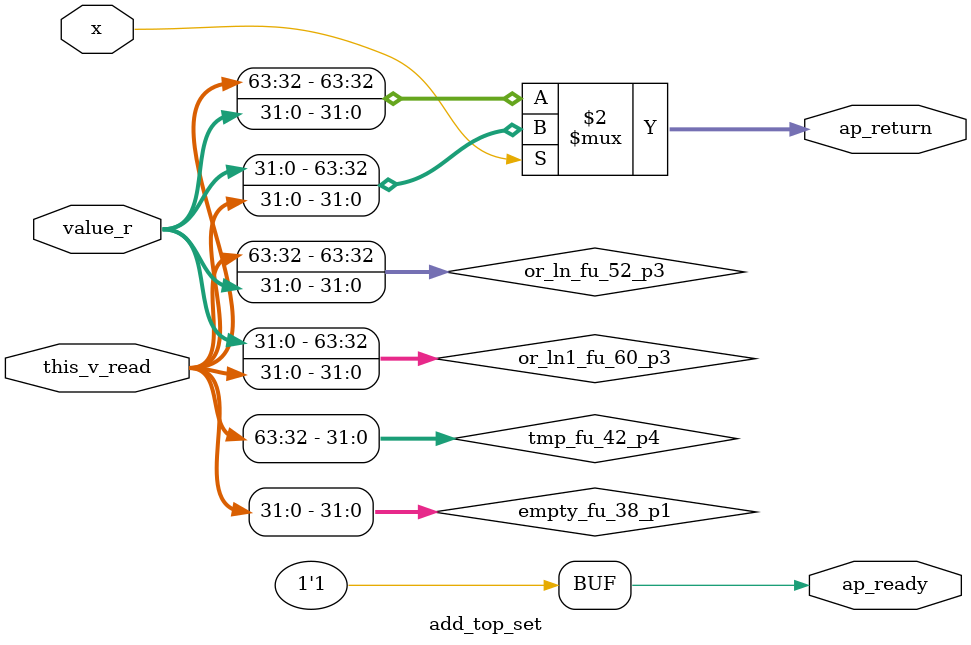
<source format=v>

`timescale 1 ns / 1 ps 

module add_top_set (
        ap_ready,
        this_v_read,
        x,
        value_r,
        ap_return
);


output   ap_ready;
input  [63:0] this_v_read;
input  [0:0] x;
input  [31:0] value_r;
output  [63:0] ap_return;

wire   [31:0] tmp_fu_42_p4;
wire   [31:0] empty_fu_38_p1;
wire   [63:0] or_ln1_fu_60_p3;
wire   [63:0] or_ln_fu_52_p3;

assign ap_ready = 1'b1;

assign empty_fu_38_p1 = this_v_read[31:0];

assign or_ln1_fu_60_p3 = {{value_r}, {empty_fu_38_p1}};

assign or_ln_fu_52_p3 = {{tmp_fu_42_p4}, {value_r}};

assign tmp_fu_42_p4 = {{this_v_read[63:32]}};

assign ap_return = ((x[0:0] == 1'b1) ? or_ln1_fu_60_p3 : or_ln_fu_52_p3);

endmodule //add_top_set

</source>
